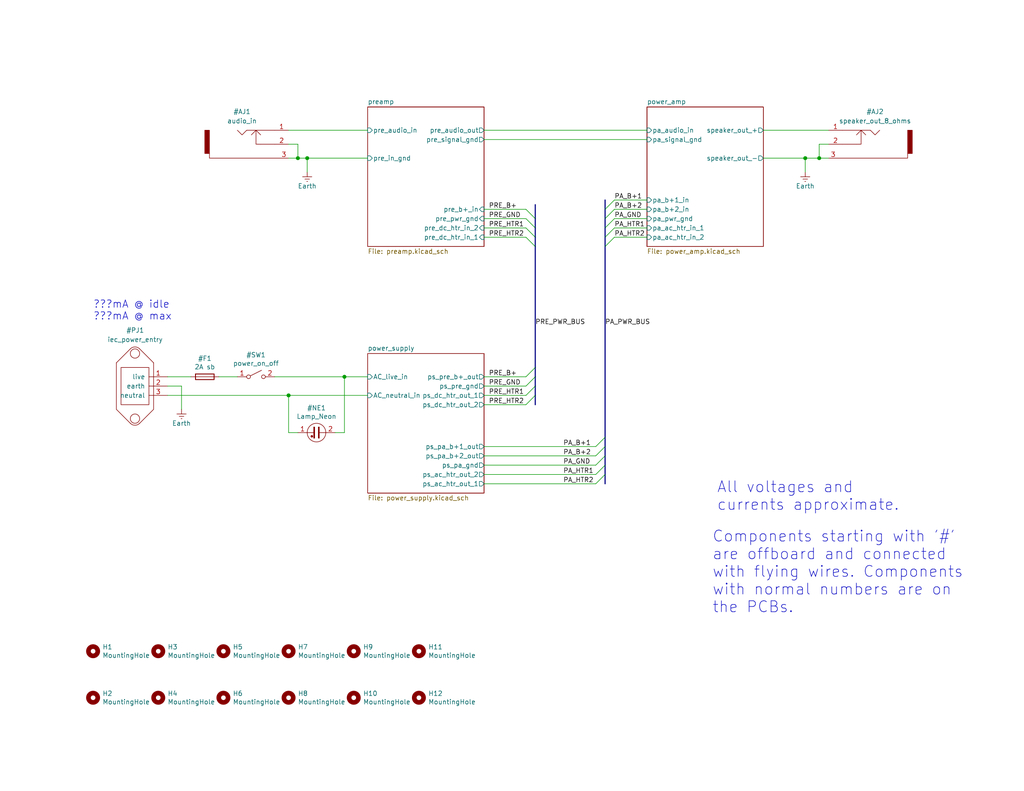
<source format=kicad_sch>
(kicad_sch (version 20211123) (generator eeschema)
  (paper "USLetter")
  (title_block (title "It is the Champion") (date "2021-12-30") (rev "0.1") (comment 1 "creativecommons.org/licenses/by/4.0/") (comment 2 "License: CC by 4.0") (comment 3 "Author: Jordan Aceto"))
  (lib_symbols
    (symbol "Device:Fuse" (pin_numbers hide) (pin_names (offset 0))
      (property "Reference" "F" (at 2.032 0 90))
      (property "Value" "Fuse" (at -1.905 0 90))
      (symbol "Fuse_0_1"
        (rectangle (start -0.762 -2.54) (end 0.762 2.54) (stroke (width 0.254)))
        (polyline (pts (xy 0 2.54) (xy 0 -2.54)))
      )
      (symbol "Fuse_1_1"
        (pin passive line (at 0 3.81 270) (length 1.27) (name "~") (number "1"))
        (pin passive line (at 0 -3.81 90) (length 1.27) (name "~") (number "2"))
      )
    )
    (symbol "Device:Lamp_Neon" (pin_names (offset 0.0254) hide)
      (property "Reference" "NE" (at 0.635 3.81 0))
      (property "Value" "Lamp_Neon" (at 0.635 -3.81 0))
      (symbol "Lamp_Neon_0_1"
        (rectangle (start -1.524 -0.508) (end 1.524 -0.762) (fill (type outline)))
        (rectangle (start -1.524 0.762) (end 1.524 0.508) (fill (type outline)))
        (polyline (pts (xy 0 -2.54) (xy 0 -0.762)))
        (polyline (pts (xy 0 0.762) (xy 0 2.54)))
        (circle (center 0 0) (radius 2.54))
        (circle (center 1.016 -1.27) (radius 0.254) (fill (type outline)))
      )
      (symbol "Lamp_Neon_1_1"
        (pin passive line (at 0 -5.08 90) (length 2.54) (name "~") (number "1"))
        (pin passive line (at 0 5.08 270) (length 2.54) (name "~") (number "2"))
      )
    )
    (symbol "Mechanical:MountingHole" (pin_names (offset 1.016))
      (property "Reference" "H" (at 0 5.08 0))
      (property "Value" "MountingHole" (at 0 3.175 0))
      (symbol "MountingHole_0_1"
        (circle (center 0 0) (radius 1.27) (stroke (width 1.27)))
      )
    )
    (symbol "Switch:SW_SPST" (pin_names (offset 0) hide)
      (property "Reference" "SW" (at 0 3.175 0))
      (property "Value" "SW_SPST" (at 0 -2.54 0))
      (symbol "SW_SPST_0_0"
        (circle (center -2.032 0) (radius 0.508))
        (polyline (pts (xy -1.524 0.254) (xy 1.524 1.778)))
        (circle (center 2.032 0) (radius 0.508))
      )
      (symbol "SW_SPST_1_1"
        (pin passive line (at -5.08 0 0) (length 2.54) (name "A") (number "1"))
        (pin passive line (at 5.08 0 180) (length 2.54) (name "B") (number "2"))
      )
    )
    (symbol "custom_symbols:audio_jack_switch" (pin_names (offset 1.016))
      (property "Reference" "J" (at 0 8.89 0))
      (property "Value" "audio_jack_switch" (at 0 6.35 0))
      (symbol "audio_jack_switch_0_1"
        (rectangle (start -11.43 -2.54) (end -10.16 3.81) (fill (type outline)))
        (polyline (pts (xy 3.81 0) (xy 7.62 0) (xy 7.62 0)))
        (polyline (pts (xy 8.89 -3.81) (xy -10.16 -3.81) (xy -10.16 -2.54)))
        (polyline (pts (xy 0 3.81) (xy -1.27 2.54) (xy -2.54 3.81) (xy -2.54 3.81)))
        (polyline (pts (xy 0 3.81) (xy 7.62 3.81) (xy 7.62 3.81) (xy 7.62 3.81)))
        (polyline (pts (xy 1.27 2.54) (xy 2.54 3.81) (xy 3.81 2.54) (xy 3.81 2.54)))
        (polyline (pts (xy 3.81 0) (xy 2.54 0) (xy 2.54 3.81) (xy 2.54 2.54)))
      )
      (symbol "audio_jack_switch_1_1"
        (pin passive line (at 11.43 3.81 180) (length 3.81) (name "~") (number "1"))
        (pin passive line (at 11.43 0 180) (length 3.81) (name "~") (number "2"))
        (pin passive line (at 11.43 -3.81 180) (length 2.54) (name "~") (number "3"))
      )
    )
    (symbol "custom_symbols:iec_power_entry" (pin_names (offset 1.016))
      (property "Reference" "J" (at 0 7.62 0))
      (property "Value" "iec_power_entry" (at 0 6.35 0))
      (symbol "iec_power_entry_0_1"
        (arc (start -10.16 1.27) (mid -10.6861 0) (end -10.16 -1.27))
        (circle (center -8.89 0) (radius 1.27))
        (polyline (pts (xy -6.35 -5.08) (xy -10.16 -1.27)))
        (polyline (pts (xy -6.35 5.08) (xy -10.16 1.27)))
        (polyline (pts (xy -6.35 -5.08) (xy 6.35 -5.08) (xy 10.16 -1.27)))
        (polyline (pts (xy -6.35 5.08) (xy 6.35 5.08) (xy 10.16 1.27)))
        (rectangle (start 5.08 3.81) (end -5.08 -3.81))
        (circle (center 8.89 0) (radius 1.27))
        (arc (start 10.16 -1.27) (mid 10.6861 0) (end 10.16 1.27))
      )
      (symbol "iec_power_entry_1_1"
        (pin passive line (at -2.54 -8.89 90) (length 5.08) (name "live") (number "1"))
        (pin passive line (at 0 -8.89 90) (length 5.08) (name "earth") (number "2"))
        (pin passive line (at 2.54 -8.89 90) (length 5.08) (name "neutral") (number "3"))
      )
    )
    (symbol "power:Earth" (power) (pin_names (offset 0))
      (symbol "Earth_0_1"
        (polyline (pts (xy -0.635 -1.905) (xy 0.635 -1.905)))
        (polyline (pts (xy -0.127 -2.54) (xy 0.127 -2.54)))
        (polyline (pts (xy 0 -1.27) (xy 0 0)))
        (polyline (pts (xy 1.27 -1.27) (xy -1.27 -1.27)))
      )
      (symbol "Earth_1_1"
        (pin power_in line (at 0 0 270) (length 0) hide (name "Earth") (number "1"))
      )
    )
  )
  (junction (at 223.52 43.18))
  (junction (at 83.82 43.18))
  (junction (at 219.71 43.18))
  (junction (at 78.74 107.95))
  (junction (at 81.28 43.18))
  (junction (at 93.98 102.87))
  (bus_entry (at 143.51 64.77) (size 2.54 2.54))
  (bus_entry (at 143.51 62.23) (size 2.54 2.54))
  (bus_entry (at 143.51 107.95) (size 2.54 -2.54))
  (bus_entry (at 143.51 110.49) (size 2.54 -2.54))
  (bus_entry (at 143.51 105.41) (size 2.54 -2.54))
  (bus_entry (at 143.51 102.87) (size 2.54 -2.54))
  (bus_entry (at 143.51 59.69) (size 2.54 2.54))
  (bus_entry (at 143.51 57.15) (size 2.54 2.54))
  (bus_entry (at 165.1 62.23) (size 2.54 -2.54))
  (bus_entry (at 165.1 59.69) (size 2.54 -2.54))
  (bus_entry (at 165.1 57.15) (size 2.54 -2.54))
  (bus_entry (at 165.1 67.31) (size 2.54 -2.54))
  (bus_entry (at 165.1 64.77) (size 2.54 -2.54))
  (bus_entry (at 162.56 121.92) (size 2.54 -2.54))
  (bus_entry (at 162.56 124.46) (size 2.54 -2.54))
  (bus_entry (at 162.56 127) (size 2.54 -2.54))
  (bus_entry (at 162.56 129.54) (size 2.54 -2.54))
  (bus_entry (at 162.56 132.08) (size 2.54 -2.54))
  (wire (pts (xy 59.69 102.87) (xy 64.77 102.87)))
  (wire (pts (xy 132.08 64.77) (xy 143.51 64.77)))
  (wire (pts (xy 132.08 62.23) (xy 143.51 62.23)))
  (wire (pts (xy 132.08 110.49) (xy 143.51 110.49)))
  (wire (pts (xy 223.52 43.18) (xy 226.06 43.18)))
  (wire (pts (xy 132.08 129.54) (xy 162.56 129.54)))
  (wire (pts (xy 132.08 132.08) (xy 162.56 132.08)))
  (wire (pts (xy 81.28 39.37) (xy 81.28 43.18)))
  (wire (pts (xy 132.08 57.15) (xy 143.51 57.15)))
  (bus (pts (xy 146.05 105.41) (xy 146.05 107.95)))
  (wire (pts (xy 81.28 118.11) (xy 78.74 118.11)))
  (bus (pts (xy 165.1 54.61) (xy 165.1 57.15)))
  (wire (pts (xy 81.28 43.18) (xy 78.74 43.18)))
  (wire (pts (xy 78.74 107.95) (xy 78.74 118.11)))
  (wire (pts (xy 78.74 35.56) (xy 100.33 35.56)))
  (wire (pts (xy 132.08 102.87) (xy 143.51 102.87)))
  (wire (pts (xy 132.08 59.69) (xy 143.51 59.69)))
  (bus (pts (xy 146.05 107.95) (xy 146.05 110.49)))
  (wire (pts (xy 132.08 35.56) (xy 176.53 35.56)))
  (wire (pts (xy 132.08 127) (xy 162.56 127)))
  (wire (pts (xy 132.08 121.92) (xy 162.56 121.92)))
  (bus (pts (xy 165.1 127) (xy 165.1 129.54)))
  (wire (pts (xy 49.53 111.76) (xy 49.53 105.41)))
  (bus (pts (xy 146.05 67.31) (xy 146.05 100.33)))
  (wire (pts (xy 219.71 46.99) (xy 219.71 43.18)))
  (wire (pts (xy 219.71 43.18) (xy 223.52 43.18)))
  (wire (pts (xy 167.64 57.15) (xy 176.53 57.15)))
  (wire (pts (xy 74.93 102.87) (xy 93.98 102.87)))
  (wire (pts (xy 132.08 105.41) (xy 143.51 105.41)))
  (wire (pts (xy 167.64 59.69) (xy 176.53 59.69)))
  (bus (pts (xy 146.05 55.88) (xy 146.05 59.69)))
  (wire (pts (xy 226.06 39.37) (xy 223.52 39.37)))
  (wire (pts (xy 81.28 43.18) (xy 83.82 43.18)))
  (bus (pts (xy 165.1 62.23) (xy 165.1 64.77)))
  (wire (pts (xy 223.52 39.37) (xy 223.52 43.18)))
  (bus (pts (xy 165.1 64.77) (xy 165.1 67.31)))
  (bus (pts (xy 165.1 121.92) (xy 165.1 124.46)))
  (wire (pts (xy 208.28 35.56) (xy 226.06 35.56)))
  (wire (pts (xy 83.82 46.99) (xy 83.82 43.18)))
  (wire (pts (xy 132.08 107.95) (xy 143.51 107.95)))
  (wire (pts (xy 91.44 118.11) (xy 93.98 118.11)))
  (wire (pts (xy 219.71 43.18) (xy 208.28 43.18)))
  (bus (pts (xy 165.1 119.38) (xy 165.1 121.92)))
  (bus (pts (xy 165.1 67.31) (xy 165.1 119.38)))
  (bus (pts (xy 146.05 62.23) (xy 146.05 64.77)))
  (wire (pts (xy 167.64 54.61) (xy 176.53 54.61)))
  (bus (pts (xy 165.1 57.15) (xy 165.1 59.69)))
  (bus (pts (xy 165.1 129.54) (xy 165.1 132.08)))
  (bus (pts (xy 146.05 102.87) (xy 146.05 105.41)))
  (wire (pts (xy 49.53 105.41) (xy 45.72 105.41)))
  (bus (pts (xy 146.05 100.33) (xy 146.05 102.87)))
  (wire (pts (xy 78.74 107.95) (xy 45.72 107.95)))
  (wire (pts (xy 176.53 38.1) (xy 132.08 38.1)))
  (wire (pts (xy 167.64 64.77) (xy 176.53 64.77)))
  (wire (pts (xy 45.72 102.87) (xy 52.07 102.87)))
  (wire (pts (xy 167.64 62.23) (xy 176.53 62.23)))
  (bus (pts (xy 146.05 64.77) (xy 146.05 67.31)))
  (wire (pts (xy 93.98 118.11) (xy 93.98 102.87)))
  (bus (pts (xy 165.1 124.46) (xy 165.1 127)))
  (wire (pts (xy 100.33 107.95) (xy 78.74 107.95)))
  (wire (pts (xy 93.98 102.87) (xy 100.33 102.87)))
  (wire (pts (xy 132.08 124.46) (xy 162.56 124.46)))
  (wire (pts (xy 83.82 43.18) (xy 100.33 43.18)))
  (bus (pts (xy 146.05 59.69) (xy 146.05 62.23)))
  (bus (pts (xy 165.1 59.69) (xy 165.1 62.23)))
  (wire (pts (xy 78.74 39.37) (xy 81.28 39.37)))
  (text "All voltages and \ncurrents approximate." (at 195.58 139.7 0) (effects (font (size 2.9972 2.9972)) (justify left bottom)))
  (text "Components starting with '#'\nare offboard and connected\nwith flying wires. Components\nwith normal numbers are on\nthe PCBs." (at 194.31 167.64 0) (effects (font (size 2.9972 2.9972)) (justify left bottom)))
  (text "???mA @ idle\n???mA @ max" (at 25.4 87.63 0) (effects (font (size 2.0066 2.0066)) (justify left bottom)))
  (label "PA_B+2" (at 153.67 124.46 0))
  (label "PA_B+1" (at 153.67 121.92 0))
  (label "PRE_GND" (at 133.35 105.41 0))
  (label "PRE_HTR2" (at 133.35 64.77 0))
  (label "PRE_PWR_BUS" (at 146.05 88.9 0))
  (label "PRE_B+" (at 133.35 102.87 0))
  (label "PRE_HTR1" (at 133.35 107.95 0))
  (label "PA_B+2" (at 167.64 57.15 0))
  (label "PA_PWR_BUS" (at 165.1 88.9 0))
  (label "PRE_HTR1" (at 133.35 62.23 0))
  (label "PA_HTR1" (at 153.67 129.54 0))
  (label "PRE_GND" (at 133.35 59.69 0))
  (label "PA_B+1" (at 167.64 54.61 0))
  (label "PA_HTR2" (at 167.64 64.77 0))
  (label "PA_HTR2" (at 153.67 132.08 0))
  (label "PA_HTR1" (at 167.64 62.23 0))
  (label "PA_GND" (at 153.67 127 0))
  (label "PA_GND" (at 167.64 59.69 0))
  (label "PRE_B+" (at 133.35 57.15 0))
  (label "PRE_HTR2" (at 133.35 110.49 0))
  (symbol (lib_id "Device:Fuse") (at 55.88 102.87 270) (unit 1)
    (property "Reference" "#F1" (at 55.88 97.8662 90))
    (property "Value" "2A sb" (at 55.88 100.1776 90))
  )
  (symbol (lib_id "power:Earth") (at 49.53 111.76 0) (unit 1)
    (property "Reference" "#PWR02" (effects hide))
    (property "Value" "Earth" (at 49.53 115.57 0))
  )
  (symbol (lib_id "power:Earth") (at 83.82 46.99 0) (unit 1)
    (property "Reference" "#PWR0101" (effects hide))
    (property "Value" "Earth" (at 83.82 50.8 0))
  )
  (symbol (lib_id "power:Earth") (at 219.71 46.99 0) (unit 1)
    (property "Reference" "#PWR07" (effects hide))
    (property "Value" "Earth" (at 219.71 50.8 0))
  )
  (symbol (lib_id "Switch:SW_SPST") (at 69.85 102.87 0) (unit 1)
    (property "Reference" "#SW1" (at 69.85 96.901 0))
    (property "Value" "power_on_off" (at 69.85 99.2124 0))
  )
  (symbol (lib_id "Mechanical:MountingHole") (at 60.96 177.8 0) (unit 1)
    (property "Reference" "H5" (at 63.5 176.6316 0) (effects (justify left)))
    (property "Value" "MountingHole" (at 63.5 178.943 0) (effects (justify left)))
    (property "Footprint" "MountingHole:MountingHole_3.2mm_M3_DIN965_Pad" (effects hide))
  )
  (symbol (lib_id "Mechanical:MountingHole") (at 78.74 177.8 0) (unit 1)
    (property "Reference" "H7" (at 81.28 176.6316 0) (effects (justify left)))
    (property "Value" "MountingHole" (at 81.28 178.943 0) (effects (justify left)))
    (property "Footprint" "MountingHole:MountingHole_3.2mm_M3_DIN965_Pad" (effects hide))
  )
  (symbol (lib_id "Mechanical:MountingHole") (at 60.96 190.5 0) (unit 1)
    (property "Reference" "H6" (at 63.5 189.3316 0) (effects (justify left)))
    (property "Value" "MountingHole" (at 63.5 191.643 0) (effects (justify left)))
    (property "Footprint" "MountingHole:MountingHole_3.2mm_M3_DIN965_Pad" (effects hide))
  )
  (symbol (lib_id "Mechanical:MountingHole") (at 78.74 190.5 0) (unit 1)
    (property "Reference" "H8" (at 81.28 189.3316 0) (effects (justify left)))
    (property "Value" "MountingHole" (at 81.28 191.643 0) (effects (justify left)))
    (property "Footprint" "MountingHole:MountingHole_3.2mm_M3_DIN965_Pad" (effects hide))
  )
  (symbol (lib_id "Mechanical:MountingHole") (at 96.52 177.8 0) (unit 1)
    (property "Reference" "H9" (at 99.06 176.6316 0) (effects (justify left)))
    (property "Value" "MountingHole" (at 99.06 178.943 0) (effects (justify left)))
    (property "Footprint" "MountingHole:MountingHole_3.2mm_M3_DIN965_Pad" (effects hide))
  )
  (symbol (lib_id "Mechanical:MountingHole") (at 114.3 177.8 0) (unit 1)
    (property "Reference" "H11" (at 116.84 176.6316 0) (effects (justify left)))
    (property "Value" "MountingHole" (at 116.84 178.943 0) (effects (justify left)))
    (property "Footprint" "MountingHole:MountingHole_3.2mm_M3_DIN965_Pad" (effects hide))
  )
  (symbol (lib_id "Mechanical:MountingHole") (at 96.52 190.5 0) (unit 1)
    (property "Reference" "H10" (at 99.06 189.3316 0) (effects (justify left)))
    (property "Value" "MountingHole" (at 99.06 191.643 0) (effects (justify left)))
    (property "Footprint" "MountingHole:MountingHole_3.2mm_M3_DIN965_Pad" (effects hide))
  )
  (symbol (lib_id "Mechanical:MountingHole") (at 114.3 190.5 0) (unit 1)
    (property "Reference" "H12" (at 116.84 189.3316 0) (effects (justify left)))
    (property "Value" "MountingHole" (at 116.84 191.643 0) (effects (justify left)))
    (property "Footprint" "MountingHole:MountingHole_3.2mm_M3_DIN965_Pad" (effects hide))
  )
  (symbol (lib_id "Mechanical:MountingHole") (at 25.4 177.8 0) (unit 1)
    (property "Reference" "H1" (at 27.94 176.6316 0) (effects (justify left)))
    (property "Value" "MountingHole" (at 27.94 178.943 0) (effects (justify left)))
    (property "Footprint" "MountingHole:MountingHole_3.2mm_M3_DIN965_Pad" (effects hide))
  )
  (symbol (lib_id "Mechanical:MountingHole") (at 43.18 177.8 0) (unit 1)
    (property "Reference" "H3" (at 45.72 176.6316 0) (effects (justify left)))
    (property "Value" "MountingHole" (at 45.72 178.943 0) (effects (justify left)))
    (property "Footprint" "MountingHole:MountingHole_3.2mm_M3_DIN965_Pad" (effects hide))
  )
  (symbol (lib_id "Mechanical:MountingHole") (at 25.4 190.5 0) (unit 1)
    (property "Reference" "H2" (at 27.94 189.3316 0) (effects (justify left)))
    (property "Value" "MountingHole" (at 27.94 191.643 0) (effects (justify left)))
    (property "Footprint" "MountingHole:MountingHole_3.2mm_M3_DIN965_Pad" (effects hide))
  )
  (symbol (lib_id "Mechanical:MountingHole") (at 43.18 190.5 0) (unit 1)
    (property "Reference" "H4" (at 45.72 189.3316 0) (effects (justify left)))
    (property "Value" "MountingHole" (at 45.72 191.643 0) (effects (justify left)))
    (property "Footprint" "MountingHole:MountingHole_3.2mm_M3_DIN965_Pad" (effects hide))
  )
  (symbol (lib_id "Device:Lamp_Neon") (at 86.36 118.11 270) (unit 1)
    (property "Reference" "#NE1" (at 86.36 111.379 90))
    (property "Value" "Lamp_Neon" (at 86.36 113.6904 90))
  )
  (symbol (lib_id "custom_symbols:audio_jack_switch") (at 67.31 39.37 0) (unit 1)
    (property "Reference" "#AJ1" (at 66.04 30.48 0))
    (property "Value" "audio_in" (at 66.04 33.02 0))
  )
  (symbol (lib_id "custom_symbols:audio_jack_switch") (at 237.49 39.37 0) (mirror y) (unit 1)
    (property "Reference" "#AJ2" (at 238.76 30.48 0))
    (property "Value" "speaker_out_8_ohms" (at 238.76 33.02 0))
  )
  (symbol (lib_id "custom_symbols:iec_power_entry") (at 36.83 105.41 90) (mirror x) (unit 1)
    (property "Reference" "#PJ1" (at 39.37 90.17 90) (effects (justify left)))
    (property "Value" "iec_power_entry" (at 44.45 92.71 90) (effects (justify left)))
  )
  (sheet (at 100.33 29.21) (size 31.75 38.1)
    (property "Sheet name" "preamp" (at 100.33 28.4984 0) (effects (justify left bottom)))
    (property "Sheet file" "preamp.kicad_sch" (at 100.33 67.8946 0) (effects (justify left top)))
    (pin "pre_dc_htr_in_2" input (at 132.08 62.23 0))
    (pin "pre_dc_htr_in_1" input (at 132.08 64.77 0))
    (pin "pre_b+_in" input (at 132.08 57.15 0))
    (pin "pre_audio_in" input (at 100.33 35.56 180))
    (pin "pre_audio_out" output (at 132.08 35.56 0))
    (pin "pre_in_gnd" input (at 100.33 43.18 180))
    (pin "pre_pwr_gnd" input (at 132.08 59.69 0))
    (pin "pre_signal_gnd" output (at 132.08 38.1 0))
  )
  (sheet (at 176.53 29.21) (size 31.75 38.1)
    (property "Sheet name" "power_amp" (at 176.53 28.4984 0) (effects (justify left bottom)))
    (property "Sheet file" "power_amp.kicad_sch" (at 176.53 67.8946 0) (effects (justify left top)))
    (pin "speaker_out_+" output (at 208.28 35.56 0))
    (pin "speaker_out_-" output (at 208.28 43.18 0))
    (pin "pa_b+1_in" input (at 176.53 54.61 180))
    (pin "pa_b+2_in" input (at 176.53 57.15 180))
    (pin "pa_audio_in" input (at 176.53 35.56 180))
    (pin "pa_pwr_gnd" input (at 176.53 59.69 180))
    (pin "pa_signal_gnd" input (at 176.53 38.1 180))
    (pin "pa_ac_htr_in_1" input (at 176.53 62.23 180))
    (pin "pa_ac_htr_in_2" input (at 176.53 64.77 180))
  )
  (sheet (at 100.33 96.52) (size 31.75 38.1)
    (property "Sheet name" "power_supply" (at 100.33 95.8084 0) (effects (justify left bottom)))
    (property "Sheet file" "power_supply.kicad_sch" (at 100.33 135.2046 0) (effects (justify left top)))
    (pin "AC_live_in" input (at 100.33 102.87 180))
    (pin "AC_neutral_in" input (at 100.33 107.95 180))
    (pin "ps_pre_b+_out" output (at 132.08 102.87 0))
    (pin "ps_pre_gnd" output (at 132.08 105.41 0))
    (pin "ps_pa_gnd" output (at 132.08 127 0))
    (pin "ps_pa_b+1_out" output (at 132.08 121.92 0))
    (pin "ps_pa_b+2_out" output (at 132.08 124.46 0))
    (pin "ps_dc_htr_out_1" output (at 132.08 107.95 0))
    (pin "ps_dc_htr_out_2" output (at 132.08 110.49 0))
    (pin "ps_ac_htr_out_2" output (at 132.08 129.54 0))
    (pin "ps_ac_htr_out_1" output (at 132.08 132.08 0))
  )
)
</source>
